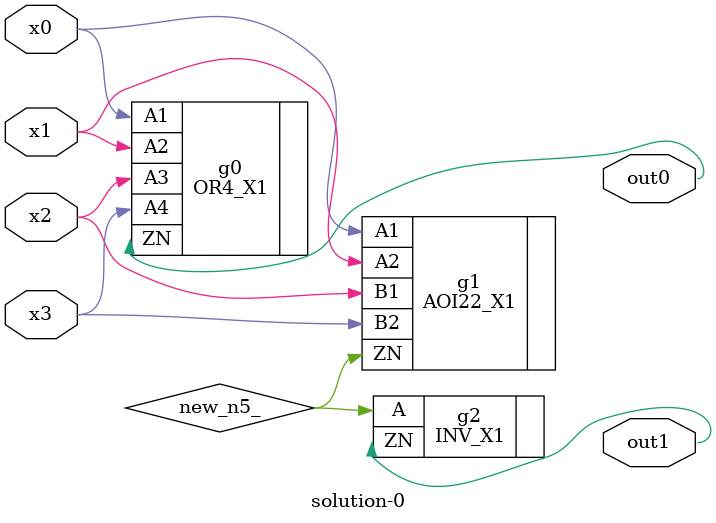
<source format=v>
module \solution-0 (
  x0, x1, x2, x3,
  out0, out1 );
  input x0, x1, x2, x3;
  output out0, out1;
  wire new_n5_;
  OR4_X1  g0(.A1(x0), .A2(x1), .A3(x2), .A4(x3), .ZN(out0));
  AOI22_X1  g1(.A1(x0), .A2(x1), .B1(x2), .B2(x3), .ZN(new_n5_));
  INV_X1  g2(.A(new_n5_), .ZN(out1));
endmodule

</source>
